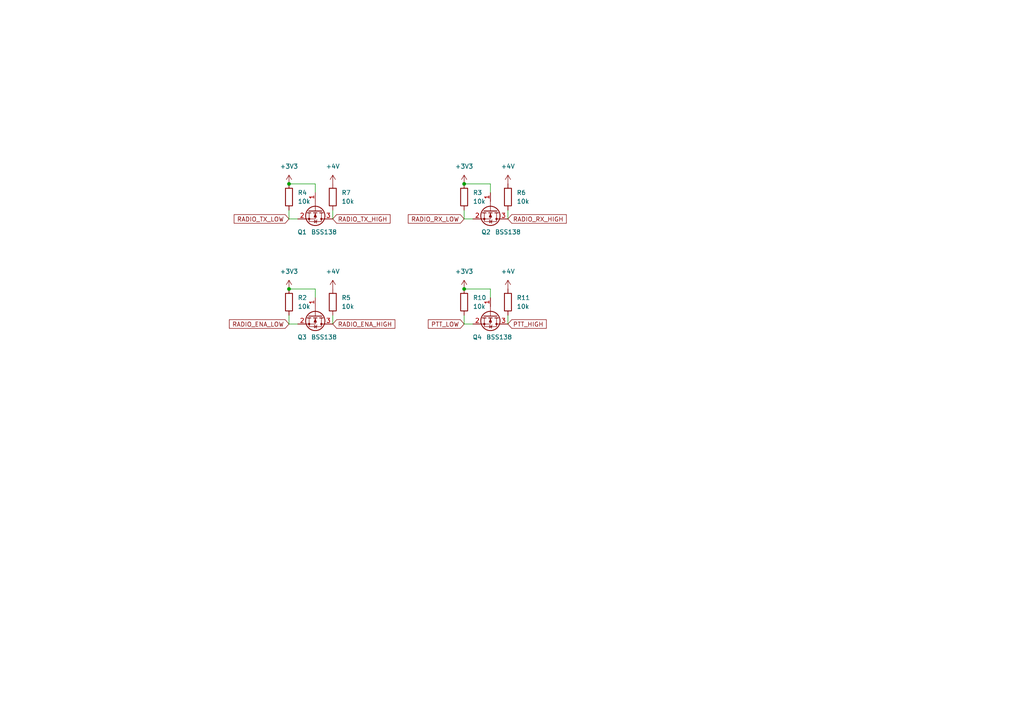
<source format=kicad_sch>
(kicad_sch (version 20211123) (generator eeschema)
  (paper "A4")
  (lib_symbols
    (symbol "Device:R" (pin_numbers hide) (pin_names (offset 0))
      (property "Reference" "R" (at 2.032 0 90))
      (property "Value" "R" (at 0 0 90))
      (symbol "R_0_1"
        (rectangle (start -1.016 -2.54) (end 1.016 2.54) (stroke (width 0.254)))
      )
      (symbol "R_1_1"
        (pin passive line (at 0 3.81 270) (length 1.27) (name "~") (number "1"))
        (pin passive line (at 0 -3.81 90) (length 1.27) (name "~") (number "2"))
      )
    )
    (symbol "Transistor_FET:BSS138" (pin_names hide)
      (property "Reference" "Q" (at 5.08 1.905 0))
      (property "Value" "BSS138" (at 5.08 0 0))
      (symbol "BSS138_0_1"
        (polyline (pts (xy 0.254 0) (xy -2.54 0)))
        (polyline (pts (xy 0.254 1.905) (xy 0.254 -1.905)) (stroke (width 0.254)))
        (polyline (pts (xy 0.762 -1.27) (xy 0.762 -2.286)) (stroke (width 0.254)))
        (polyline (pts (xy 0.762 0.508) (xy 0.762 -0.508)) (stroke (width 0.254)))
        (polyline (pts (xy 0.762 2.286) (xy 0.762 1.27)) (stroke (width 0.254)))
        (polyline (pts (xy 2.54 2.54) (xy 2.54 1.778)))
        (polyline (pts (xy 2.54 -2.54) (xy 2.54 0) (xy 0.762 0)))
        (polyline (pts (xy 0.762 -1.778) (xy 3.302 -1.778) (xy 3.302 1.778) (xy 0.762 1.778)))
        (polyline (pts (xy 1.016 0) (xy 2.032 0.381) (xy 2.032 -0.381) (xy 1.016 0)) (fill (type outline)))
        (polyline (pts (xy 2.794 0.508) (xy 2.921 0.381) (xy 3.683 0.381) (xy 3.81 0.254)))
        (polyline (pts (xy 3.302 0.381) (xy 2.921 -0.254) (xy 3.683 -0.254) (xy 3.302 0.381)))
        (circle (center 1.651 0) (radius 2.794) (stroke (width 0.254)))
        (circle (center 2.54 -1.778) (radius 0.254) (fill (type outline)))
        (circle (center 2.54 1.778) (radius 0.254) (fill (type outline)))
      )
      (symbol "BSS138_1_1"
        (pin input line (at -5.08 0 0) (length 2.54) (name "G") (number "1"))
        (pin passive line (at 2.54 -5.08 90) (length 2.54) (name "S") (number "2"))
        (pin passive line (at 2.54 5.08 270) (length 2.54) (name "D") (number "3"))
      )
    )
    (symbol "power:+3.3V" (power) (pin_names (offset 0))
      (property "Value" "+3.3V" (at 0 3.556 0))
      (symbol "+3.3V_0_1"
        (polyline (pts (xy -0.762 1.27) (xy 0 2.54)))
        (polyline (pts (xy 0 0) (xy 0 2.54)))
        (polyline (pts (xy 0 2.54) (xy 0.762 1.27)))
      )
      (symbol "+3.3V_1_1"
        (pin power_in line (at 0 0 90) (length 0) hide (name "+3V3") (number "1"))
      )
    )
    (symbol "power:+4V" (power) (pin_names (offset 0))
      (property "Value" "+4V" (at 0 3.556 0))
      (symbol "+4V_0_1"
        (polyline (pts (xy -0.762 1.27) (xy 0 2.54)))
        (polyline (pts (xy 0 0) (xy 0 2.54)))
        (polyline (pts (xy 0 2.54) (xy 0.762 1.27)))
      )
      (symbol "+4V_1_1"
        (pin power_in line (at 0 0 90) (length 0) hide (name "+4V") (number "1"))
      )
    )
  )
  (junction (at 83.82 53.34))
  (junction (at 134.62 53.34))
  (junction (at 134.62 83.82))
  (junction (at 83.82 83.82))
  (wire (pts (xy 147.32 60.96) (xy 147.32 63.5)))
  (wire (pts (xy 83.82 60.96) (xy 83.82 63.5)))
  (wire (pts (xy 142.24 53.34) (xy 134.62 53.34)))
  (wire (pts (xy 91.44 55.88) (xy 91.44 53.34)))
  (wire (pts (xy 91.44 83.82) (xy 83.82 83.82)))
  (wire (pts (xy 83.82 63.5) (xy 86.36 63.5)))
  (wire (pts (xy 134.62 93.98) (xy 137.16 93.98)))
  (wire (pts (xy 134.62 60.96) (xy 134.62 63.5)))
  (wire (pts (xy 142.24 55.88) (xy 142.24 53.34)))
  (wire (pts (xy 91.44 53.34) (xy 83.82 53.34)))
  (wire (pts (xy 91.44 86.36) (xy 91.44 83.82)))
  (wire (pts (xy 147.32 91.44) (xy 147.32 93.98)))
  (wire (pts (xy 96.52 91.44) (xy 96.52 93.98)))
  (wire (pts (xy 96.52 60.96) (xy 96.52 63.5)))
  (wire (pts (xy 83.82 93.98) (xy 86.36 93.98)))
  (wire (pts (xy 134.62 91.44) (xy 134.62 93.98)))
  (wire (pts (xy 142.24 86.36) (xy 142.24 83.82)))
  (wire (pts (xy 142.24 83.82) (xy 134.62 83.82)))
  (wire (pts (xy 134.62 63.5) (xy 137.16 63.5)))
  (wire (pts (xy 83.82 91.44) (xy 83.82 93.98)))
  (global_label "PTT_HIGH" (shape input) (at 147.32 93.98 0) (property "Intersheet References" "${INTERSHEET_REFS}" (effects hide)))
  (global_label "RADIO_TX_HIGH" (shape input) (at 96.52 63.5 0) (property "Intersheet References" "${INTERSHEET_REFS}" (effects hide)))
  (global_label "RADIO_TX_LOW" (shape input) (at 83.82 63.5 180) (property "Intersheet References" "${INTERSHEET_REFS}" (effects hide)))
  (global_label "RADIO_ENA_LOW" (shape input) (at 83.82 93.98 180) (property "Intersheet References" "${INTERSHEET_REFS}" (effects hide)))
  (global_label "RADIO_ENA_HIGH" (shape input) (at 96.52 93.98 0) (property "Intersheet References" "${INTERSHEET_REFS}" (effects hide)))
  (global_label "RADIO_RX_HIGH" (shape input) (at 147.32 63.5 0) (property "Intersheet References" "${INTERSHEET_REFS}" (effects hide)))
  (global_label "RADIO_RX_LOW" (shape input) (at 134.62 63.5 180) (property "Intersheet References" "${INTERSHEET_REFS}" (effects hide)))
  (global_label "PTT_LOW" (shape input) (at 134.62 93.98 180) (property "Intersheet References" "${INTERSHEET_REFS}" (effects hide)))
  (symbol (lib_id "Transistor_FET:BSS138") (at 91.44 60.96 270) (unit 1)
    (property "Reference" "Q1" (at 87.63 67.31 90))
    (property "Value" "BSS138" (at 93.98 67.31 90))
    (property "Footprint" "Package_TO_SOT_SMD:SOT-23" (effects hide))
    (property "Datasheet" "https://www.onsemi.com/pub/Collateral/BSS138-D.PDF" (effects hide))
  )
  (symbol (lib_id "Device:R") (at 134.62 57.15 0) (unit 1)
    (property "Reference" "R3" (at 137.16 55.8799 0) (effects (justify left)))
    (property "Value" "10k" (at 137.16 58.4199 0) (effects (justify left)))
    (property "Footprint" "Resistor_SMD:R_1206_3216Metric_Pad1.30x1.75mm_HandSolder" (effects hide))
  )
  (symbol (lib_id "Transistor_FET:BSS138") (at 142.24 60.96 270) (unit 1)
    (property "Reference" "Q2" (at 140.97 67.31 90))
    (property "Value" "BSS138" (at 147.32 67.31 90))
    (property "Footprint" "Package_TO_SOT_SMD:SOT-23" (effects hide))
    (property "Datasheet" "https://www.onsemi.com/pub/Collateral/BSS138-D.PDF" (effects hide))
  )
  (symbol (lib_id "Transistor_FET:BSS138") (at 142.24 91.44 270) (unit 1)
    (property "Reference" "Q4" (at 138.43 97.79 90))
    (property "Value" "BSS138" (at 144.78 97.79 90))
    (property "Footprint" "Package_TO_SOT_SMD:SOT-23" (effects hide))
    (property "Datasheet" "https://www.onsemi.com/pub/Collateral/BSS138-D.PDF" (effects hide))
  )
  (symbol (lib_id "power:+3.3V") (at 83.82 83.82 0) (unit 1)
    (property "Reference" "#PWR0108" (effects hide))
    (property "Value" "+3V3" (at 83.82 78.74 0))
  )
  (symbol (lib_id "Device:R") (at 96.52 87.63 0) (unit 1)
    (property "Reference" "R5" (at 99.06 86.3599 0) (effects (justify left)))
    (property "Value" "10k" (at 99.06 88.8999 0) (effects (justify left)))
    (property "Footprint" "Resistor_SMD:R_1206_3216Metric_Pad1.30x1.75mm_HandSolder" (effects hide))
  )
  (symbol (lib_id "power:+3.3V") (at 134.62 53.34 0) (unit 1)
    (property "Reference" "#PWR0110" (effects hide))
    (property "Value" "+3V3" (at 134.62 48.26 0))
  )
  (symbol (lib_id "Device:R") (at 96.52 57.15 0) (unit 1)
    (property "Reference" "R7" (at 99.06 55.8799 0) (effects (justify left)))
    (property "Value" "10k" (at 99.06 58.4199 0) (effects (justify left)))
    (property "Footprint" "Resistor_SMD:R_1206_3216Metric_Pad1.30x1.75mm_HandSolder" (effects hide))
  )
  (symbol (lib_id "power:+3.3V") (at 83.82 53.34 0) (unit 1)
    (property "Reference" "#PWR0101" (effects hide))
    (property "Value" "+3V3" (at 83.82 48.26 0))
  )
  (symbol (lib_id "Transistor_FET:BSS138") (at 91.44 91.44 270) (unit 1)
    (property "Reference" "Q3" (at 87.63 97.79 90))
    (property "Value" "BSS138" (at 93.98 97.79 90))
    (property "Footprint" "Package_TO_SOT_SMD:SOT-23" (effects hide))
    (property "Datasheet" "https://www.onsemi.com/pub/Collateral/BSS138-D.PDF" (effects hide))
  )
  (symbol (lib_id "Device:R") (at 147.32 87.63 0) (unit 1)
    (property "Reference" "R11" (at 149.86 86.3599 0) (effects (justify left)))
    (property "Value" "10k" (at 149.86 88.8999 0) (effects (justify left)))
    (property "Footprint" "Resistor_SMD:R_1206_3216Metric_Pad1.30x1.75mm_HandSolder" (effects hide))
  )
  (symbol (lib_id "Device:R") (at 134.62 87.63 0) (unit 1)
    (property "Reference" "R10" (at 137.16 86.3599 0) (effects (justify left)))
    (property "Value" "10k" (at 137.16 88.8999 0) (effects (justify left)))
    (property "Footprint" "Resistor_SMD:R_1206_3216Metric_Pad1.30x1.75mm_HandSolder" (effects hide))
  )
  (symbol (lib_id "power:+4V") (at 147.32 53.34 0) (unit 1)
    (property "Reference" "#PWR0109" (effects hide))
    (property "Value" "+4V" (at 147.32 48.26 0))
  )
  (symbol (lib_id "power:+3.3V") (at 134.62 83.82 0) (unit 1)
    (property "Reference" "#PWR0112" (effects hide))
    (property "Value" "+3V3" (at 134.62 78.74 0))
  )
  (symbol (lib_id "Device:R") (at 83.82 87.63 0) (unit 1)
    (property "Reference" "R2" (at 86.36 86.3599 0) (effects (justify left)))
    (property "Value" "10k" (at 86.36 88.8999 0) (effects (justify left)))
    (property "Footprint" "Resistor_SMD:R_1206_3216Metric_Pad1.30x1.75mm_HandSolder" (effects hide))
  )
  (symbol (lib_id "power:+4V") (at 96.52 83.82 0) (unit 1)
    (property "Reference" "#PWR0107" (effects hide))
    (property "Value" "+4V" (at 96.52 78.74 0))
  )
  (symbol (lib_id "Device:R") (at 147.32 57.15 0) (unit 1)
    (property "Reference" "R6" (at 149.86 55.8799 0) (effects (justify left)))
    (property "Value" "10k" (at 149.86 58.4199 0) (effects (justify left)))
    (property "Footprint" "Resistor_SMD:R_1206_3216Metric_Pad1.30x1.75mm_HandSolder" (effects hide))
  )
  (symbol (lib_id "power:+4V") (at 96.52 53.34 0) (unit 1)
    (property "Reference" "#PWR0102" (effects hide))
    (property "Value" "+4V" (at 96.52 48.26 0))
  )
  (symbol (lib_id "Device:R") (at 83.82 57.15 0) (unit 1)
    (property "Reference" "R4" (at 86.36 55.8799 0) (effects (justify left)))
    (property "Value" "10k" (at 86.36 58.4199 0) (effects (justify left)))
    (property "Footprint" "Resistor_SMD:R_1206_3216Metric_Pad1.30x1.75mm_HandSolder" (effects hide))
  )
  (symbol (lib_id "power:+4V") (at 147.32 83.82 0) (unit 1)
    (property "Reference" "#PWR0111" (effects hide))
    (property "Value" "+4V" (at 147.32 78.74 0))
  )
)
</source>
